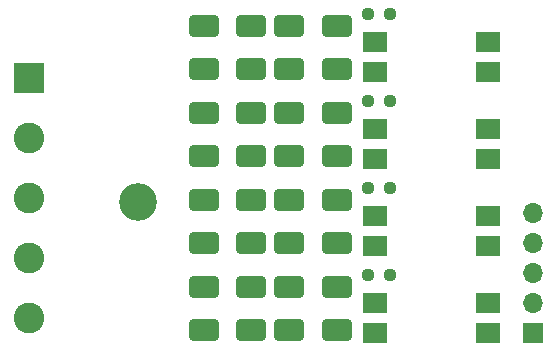
<source format=gbr>
%TF.GenerationSoftware,KiCad,Pcbnew,7.0.10*%
%TF.CreationDate,2024-01-09T12:30:03+01:00*%
%TF.ProjectId,CS_ADD_ON,43535f41-4444-45f4-9f4e-2e6b69636164,rev?*%
%TF.SameCoordinates,Original*%
%TF.FileFunction,Soldermask,Top*%
%TF.FilePolarity,Negative*%
%FSLAX46Y46*%
G04 Gerber Fmt 4.6, Leading zero omitted, Abs format (unit mm)*
G04 Created by KiCad (PCBNEW 7.0.10) date 2024-01-09 12:30:03*
%MOMM*%
%LPD*%
G01*
G04 APERTURE LIST*
G04 Aperture macros list*
%AMRoundRect*
0 Rectangle with rounded corners*
0 $1 Rounding radius*
0 $2 $3 $4 $5 $6 $7 $8 $9 X,Y pos of 4 corners*
0 Add a 4 corners polygon primitive as box body*
4,1,4,$2,$3,$4,$5,$6,$7,$8,$9,$2,$3,0*
0 Add four circle primitives for the rounded corners*
1,1,$1+$1,$2,$3*
1,1,$1+$1,$4,$5*
1,1,$1+$1,$6,$7*
1,1,$1+$1,$8,$9*
0 Add four rect primitives between the rounded corners*
20,1,$1+$1,$2,$3,$4,$5,0*
20,1,$1+$1,$4,$5,$6,$7,0*
20,1,$1+$1,$6,$7,$8,$9,0*
20,1,$1+$1,$8,$9,$2,$3,0*%
G04 Aperture macros list end*
%ADD10C,3.200000*%
%ADD11R,2.000000X1.780000*%
%ADD12RoundRect,0.237500X-0.250000X-0.237500X0.250000X-0.237500X0.250000X0.237500X-0.250000X0.237500X0*%
%ADD13O,1.700000X1.700000*%
%ADD14R,1.700000X1.700000*%
%ADD15C,2.600000*%
%ADD16R,2.600000X2.600000*%
%ADD17RoundRect,0.250000X-1.000000X-0.650000X1.000000X-0.650000X1.000000X0.650000X-1.000000X0.650000X0*%
%ADD18RoundRect,0.250000X1.000000X0.650000X-1.000000X0.650000X-1.000000X-0.650000X1.000000X-0.650000X0*%
G04 APERTURE END LIST*
D10*
%TO.C,REF\u002A\u002A*%
X161500000Y-129000000D03*
%TD*%
D11*
%TO.C,U501*%
X191074000Y-115443000D03*
X191074000Y-117983000D03*
X181544000Y-117983000D03*
X181544000Y-115443000D03*
%TD*%
%TO.C,U401*%
X191074000Y-122809000D03*
X191074000Y-125349000D03*
X181544000Y-125349000D03*
X181544000Y-122809000D03*
%TD*%
%TO.C,U301*%
X191074000Y-130175000D03*
X191074000Y-132715000D03*
X181544000Y-132715000D03*
X181544000Y-130175000D03*
%TD*%
%TO.C,U201*%
X181544000Y-137541000D03*
X181544000Y-140081000D03*
X191074000Y-140081000D03*
X191074000Y-137541000D03*
%TD*%
D12*
%TO.C,R501*%
X182776500Y-113030000D03*
X180951500Y-113030000D03*
%TD*%
%TO.C,R401*%
X182776500Y-120396000D03*
X180951500Y-120396000D03*
%TD*%
%TO.C,R301*%
X182776500Y-127762000D03*
X180951500Y-127762000D03*
%TD*%
%TO.C,R201*%
X182776500Y-135128000D03*
X180951500Y-135128000D03*
%TD*%
D13*
%TO.C,J102*%
X194863000Y-129941000D03*
X194863000Y-132481000D03*
X194863000Y-135021000D03*
X194863000Y-137561000D03*
D14*
X194863000Y-140101000D03*
%TD*%
D15*
%TO.C,J101*%
X152195000Y-138811000D03*
X152195000Y-133731000D03*
X152195000Y-128651000D03*
X152195000Y-123571000D03*
D16*
X152195000Y-118491000D03*
%TD*%
D17*
%TO.C,D504*%
X171044000Y-114073000D03*
X167044000Y-114073000D03*
%TD*%
%TO.C,D503*%
X178276000Y-114046000D03*
X174276000Y-114046000D03*
%TD*%
D18*
%TO.C,D502*%
X167037000Y-117729000D03*
X171037000Y-117729000D03*
%TD*%
%TO.C,D501*%
X174276000Y-117729000D03*
X178276000Y-117729000D03*
%TD*%
D17*
%TO.C,D404*%
X171044000Y-121439000D03*
X167044000Y-121439000D03*
%TD*%
%TO.C,D403*%
X178276000Y-121412000D03*
X174276000Y-121412000D03*
%TD*%
D18*
%TO.C,D402*%
X167037000Y-125095000D03*
X171037000Y-125095000D03*
%TD*%
%TO.C,D401*%
X174276000Y-125095000D03*
X178276000Y-125095000D03*
%TD*%
D17*
%TO.C,D304*%
X171044000Y-128805000D03*
X167044000Y-128805000D03*
%TD*%
%TO.C,D303*%
X178276000Y-128778000D03*
X174276000Y-128778000D03*
%TD*%
D18*
%TO.C,D302*%
X167037000Y-132461000D03*
X171037000Y-132461000D03*
%TD*%
%TO.C,D301*%
X174276000Y-132461000D03*
X178276000Y-132461000D03*
%TD*%
D17*
%TO.C,D204*%
X171044000Y-136171000D03*
X167044000Y-136171000D03*
%TD*%
%TO.C,D203*%
X178276000Y-136144000D03*
X174276000Y-136144000D03*
%TD*%
D18*
%TO.C,D202*%
X167037000Y-139827000D03*
X171037000Y-139827000D03*
%TD*%
%TO.C,D201*%
X174276000Y-139827000D03*
X178276000Y-139827000D03*
%TD*%
M02*

</source>
